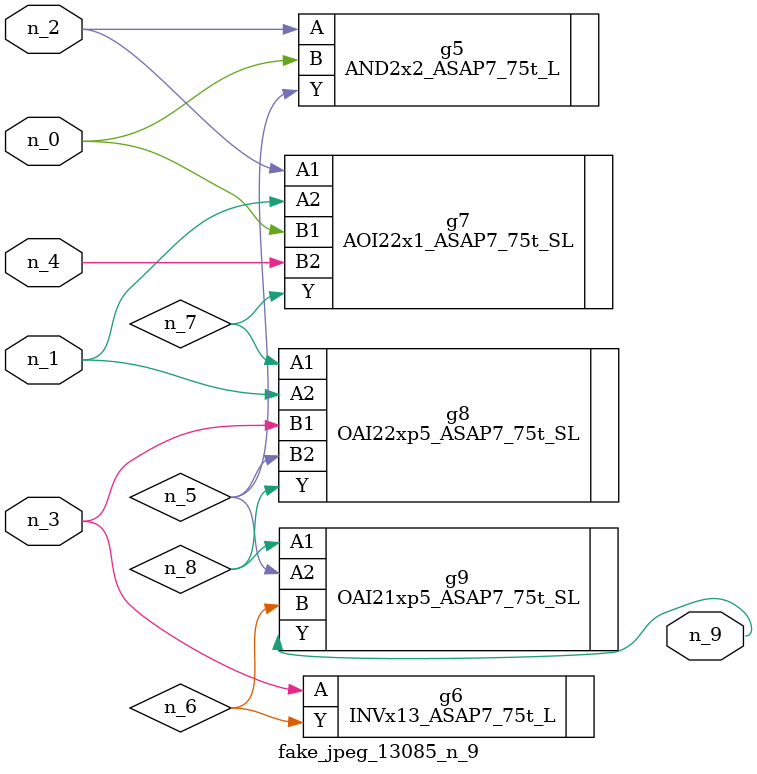
<source format=v>
module fake_jpeg_13085_n_9 (n_3, n_2, n_1, n_0, n_4, n_9);

input n_3;
input n_2;
input n_1;
input n_0;
input n_4;

output n_9;

wire n_8;
wire n_6;
wire n_5;
wire n_7;

AND2x2_ASAP7_75t_L g5 ( 
.A(n_2),
.B(n_0),
.Y(n_5)
);

INVx13_ASAP7_75t_L g6 ( 
.A(n_3),
.Y(n_6)
);

AOI22x1_ASAP7_75t_SL g7 ( 
.A1(n_2),
.A2(n_1),
.B1(n_0),
.B2(n_4),
.Y(n_7)
);

OAI22xp5_ASAP7_75t_SL g8 ( 
.A1(n_7),
.A2(n_1),
.B1(n_3),
.B2(n_5),
.Y(n_8)
);

OAI21xp5_ASAP7_75t_SL g9 ( 
.A1(n_8),
.A2(n_5),
.B(n_6),
.Y(n_9)
);


endmodule
</source>
